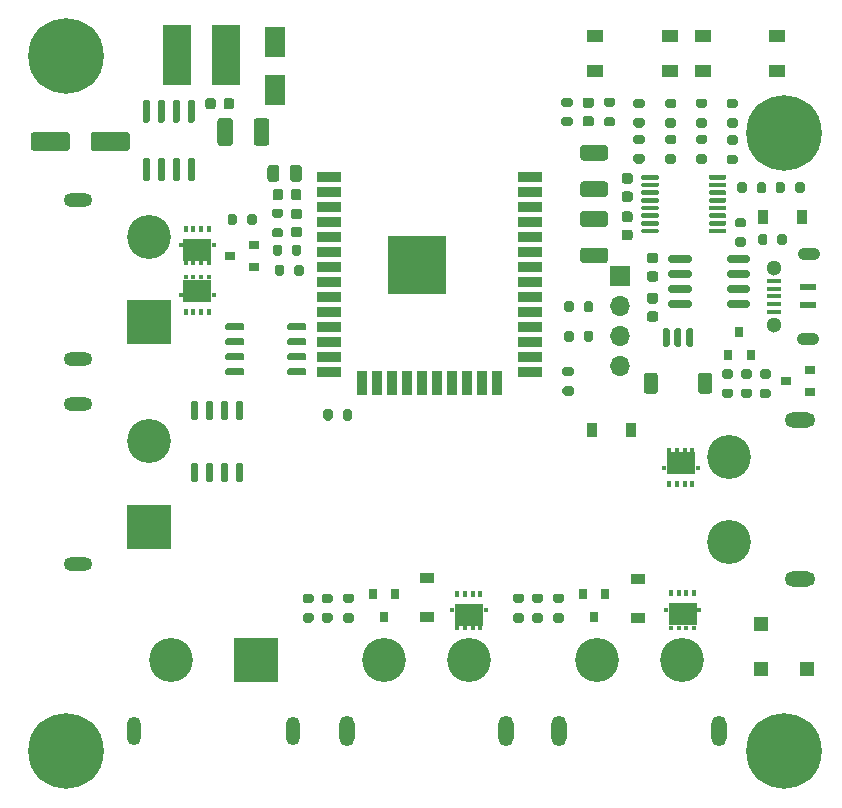
<source format=gbr>
G04 #@! TF.GenerationSoftware,KiCad,Pcbnew,(5.1.10-1-10_14)*
G04 #@! TF.CreationDate,2021-09-30T13:47:23+10:00*
G04 #@! TF.ProjectId,esp32_battery_isolator,65737033-325f-4626-9174-746572795f69,G*
G04 #@! TF.SameCoordinates,Original*
G04 #@! TF.FileFunction,Soldermask,Top*
G04 #@! TF.FilePolarity,Negative*
%FSLAX46Y46*%
G04 Gerber Fmt 4.6, Leading zero omitted, Abs format (unit mm)*
G04 Created by KiCad (PCBNEW (5.1.10-1-10_14)) date 2021-09-30 13:47:23*
%MOMM*%
%LPD*%
G01*
G04 APERTURE LIST*
%ADD10R,1.300000X1.300000*%
%ADD11R,0.350000X0.500000*%
%ADD12R,0.380000X0.430000*%
%ADD13R,2.450000X1.980000*%
%ADD14R,0.400000X0.300000*%
%ADD15C,3.716000*%
%ADD16O,2.600000X1.300000*%
%ADD17O,1.300000X2.600000*%
%ADD18O,1.200000X2.400000*%
%ADD19R,3.716000X3.716000*%
%ADD20R,1.400000X1.000000*%
%ADD21O,1.900000X1.070000*%
%ADD22R,1.350000X0.600000*%
%ADD23C,1.300000*%
%ADD24R,1.250000X0.400000*%
%ADD25C,0.800000*%
%ADD26C,6.400000*%
%ADD27R,1.700000X1.700000*%
%ADD28O,1.700000X1.700000*%
%ADD29R,5.000000X5.000000*%
%ADD30R,2.000000X0.900000*%
%ADD31R,0.900000X2.000000*%
%ADD32O,2.400000X1.200000*%
%ADD33R,0.900000X0.800000*%
%ADD34R,0.800000X0.900000*%
%ADD35R,0.900000X1.200000*%
%ADD36R,1.200000X0.900000*%
%ADD37R,1.800000X2.500000*%
%ADD38R,2.350000X5.100000*%
G04 APERTURE END LIST*
D10*
X170000000Y-123900000D03*
X170000000Y-120100000D03*
X173900000Y-123900000D03*
D11*
X122575000Y-86650000D03*
X121925000Y-86650000D03*
X123225000Y-86650000D03*
X121275000Y-86650000D03*
D12*
X123665000Y-88050000D03*
X120835000Y-88050000D03*
D13*
X122250000Y-88410000D03*
D14*
X122575000Y-89550000D03*
X123225000Y-89550000D03*
X121925000Y-89550000D03*
X121275000Y-89550000D03*
D11*
X121925000Y-93650000D03*
X122575000Y-93650000D03*
X121275000Y-93650000D03*
X123225000Y-93650000D03*
D12*
X120835000Y-92250000D03*
X123665000Y-92250000D03*
D13*
X122250000Y-91890000D03*
D14*
X121925000Y-90750000D03*
X121275000Y-90750000D03*
X122575000Y-90750000D03*
X123225000Y-90750000D03*
D11*
X145575000Y-117550000D03*
X144925000Y-117550000D03*
X146225000Y-117550000D03*
X144275000Y-117550000D03*
D12*
X146665000Y-118950000D03*
X143835000Y-118950000D03*
D13*
X145250000Y-119310000D03*
D14*
X145575000Y-120450000D03*
X146225000Y-120450000D03*
X144925000Y-120450000D03*
X144275000Y-120450000D03*
D11*
X163675000Y-117500000D03*
X163025000Y-117500000D03*
X164325000Y-117500000D03*
X162375000Y-117500000D03*
D12*
X164765000Y-118900000D03*
X161935000Y-118900000D03*
D13*
X163350000Y-119260000D03*
D14*
X163675000Y-120400000D03*
X164325000Y-120400000D03*
X163025000Y-120400000D03*
X162375000Y-120400000D03*
D11*
X162875000Y-108260000D03*
X163525000Y-108260000D03*
X162225000Y-108260000D03*
X164175000Y-108260000D03*
D12*
X161785000Y-106860000D03*
X164615000Y-106860000D03*
D13*
X163200000Y-106500000D03*
D14*
X162875000Y-105360000D03*
X162225000Y-105360000D03*
X163525000Y-105360000D03*
X164175000Y-105360000D03*
D15*
X167250000Y-113150000D03*
X167250000Y-105950000D03*
D16*
X173250000Y-116300000D03*
X173250000Y-102800000D03*
D17*
X166420000Y-129120000D03*
X152920000Y-129120000D03*
D15*
X163270000Y-123120000D03*
X156070000Y-123120000D03*
D18*
X116900000Y-129160000D03*
X130400000Y-129160000D03*
D15*
X120050000Y-123160000D03*
D19*
X127250000Y-123160000D03*
D20*
X162250000Y-73300000D03*
X155950000Y-73300000D03*
X155950000Y-70300000D03*
X162250000Y-70300000D03*
X171350000Y-73300000D03*
X165050000Y-73300000D03*
X165050000Y-70300000D03*
X171350000Y-70300000D03*
D21*
X174050000Y-88750000D03*
X173950000Y-95950000D03*
D22*
X173950000Y-91600000D03*
X173950000Y-93100000D03*
D23*
X171050000Y-89950000D03*
X171050000Y-94750000D03*
D24*
X171050000Y-91050000D03*
X171050000Y-91700000D03*
X171050000Y-92350000D03*
X171050000Y-93000000D03*
X171050000Y-93650000D03*
D25*
X112847056Y-129152944D03*
X111150000Y-128450000D03*
X109452944Y-129152944D03*
X108750000Y-130850000D03*
X109452944Y-132547056D03*
X111150000Y-133250000D03*
X112847056Y-132547056D03*
X113550000Y-130850000D03*
D26*
X111150000Y-130850000D03*
D25*
X173647056Y-76852944D03*
X171950000Y-76150000D03*
X170252944Y-76852944D03*
X169550000Y-78550000D03*
X170252944Y-80247056D03*
X171950000Y-80950000D03*
X173647056Y-80247056D03*
X174350000Y-78550000D03*
D26*
X171950000Y-78550000D03*
X171950000Y-130850000D03*
D25*
X174350000Y-130850000D03*
X173647056Y-132547056D03*
X171950000Y-133250000D03*
X170252944Y-132547056D03*
X169550000Y-130850000D03*
X170252944Y-129152944D03*
X171950000Y-128450000D03*
X173647056Y-129152944D03*
X112847056Y-70352944D03*
X111150000Y-69650000D03*
X109452944Y-70352944D03*
X108750000Y-72050000D03*
X109452944Y-73747056D03*
X111150000Y-74450000D03*
X112847056Y-73747056D03*
X113550000Y-72050000D03*
D26*
X111150000Y-72050000D03*
G36*
G01*
X130400000Y-86475000D02*
X130900000Y-86475000D01*
G75*
G02*
X131125000Y-86700000I0J-225000D01*
G01*
X131125000Y-87150000D01*
G75*
G02*
X130900000Y-87375000I-225000J0D01*
G01*
X130400000Y-87375000D01*
G75*
G02*
X130175000Y-87150000I0J225000D01*
G01*
X130175000Y-86700000D01*
G75*
G02*
X130400000Y-86475000I225000J0D01*
G01*
G37*
G36*
G01*
X130400000Y-84925000D02*
X130900000Y-84925000D01*
G75*
G02*
X131125000Y-85150000I0J-225000D01*
G01*
X131125000Y-85600000D01*
G75*
G02*
X130900000Y-85825000I-225000J0D01*
G01*
X130400000Y-85825000D01*
G75*
G02*
X130175000Y-85600000I0J225000D01*
G01*
X130175000Y-85150000D01*
G75*
G02*
X130400000Y-84925000I225000J0D01*
G01*
G37*
G36*
G01*
X156775003Y-83950000D02*
X154924997Y-83950000D01*
G75*
G02*
X154675000Y-83700003I0J249997D01*
G01*
X154675000Y-82874997D01*
G75*
G02*
X154924997Y-82625000I249997J0D01*
G01*
X156775003Y-82625000D01*
G75*
G02*
X157025000Y-82874997I0J-249997D01*
G01*
X157025000Y-83700003D01*
G75*
G02*
X156775003Y-83950000I-249997J0D01*
G01*
G37*
G36*
G01*
X156775003Y-80875000D02*
X154924997Y-80875000D01*
G75*
G02*
X154675000Y-80625003I0J249997D01*
G01*
X154675000Y-79799997D01*
G75*
G02*
X154924997Y-79550000I249997J0D01*
G01*
X156775003Y-79550000D01*
G75*
G02*
X157025000Y-79799997I0J-249997D01*
G01*
X157025000Y-80625003D01*
G75*
G02*
X156775003Y-80875000I-249997J0D01*
G01*
G37*
G36*
G01*
X158400000Y-83475000D02*
X158900000Y-83475000D01*
G75*
G02*
X159125000Y-83700000I0J-225000D01*
G01*
X159125000Y-84150000D01*
G75*
G02*
X158900000Y-84375000I-225000J0D01*
G01*
X158400000Y-84375000D01*
G75*
G02*
X158175000Y-84150000I0J225000D01*
G01*
X158175000Y-83700000D01*
G75*
G02*
X158400000Y-83475000I225000J0D01*
G01*
G37*
G36*
G01*
X158400000Y-81925000D02*
X158900000Y-81925000D01*
G75*
G02*
X159125000Y-82150000I0J-225000D01*
G01*
X159125000Y-82600000D01*
G75*
G02*
X158900000Y-82825000I-225000J0D01*
G01*
X158400000Y-82825000D01*
G75*
G02*
X158175000Y-82600000I0J225000D01*
G01*
X158175000Y-82150000D01*
G75*
G02*
X158400000Y-81925000I225000J0D01*
G01*
G37*
G36*
G01*
X158400000Y-85175000D02*
X158900000Y-85175000D01*
G75*
G02*
X159125000Y-85400000I0J-225000D01*
G01*
X159125000Y-85850000D01*
G75*
G02*
X158900000Y-86075000I-225000J0D01*
G01*
X158400000Y-86075000D01*
G75*
G02*
X158175000Y-85850000I0J225000D01*
G01*
X158175000Y-85400000D01*
G75*
G02*
X158400000Y-85175000I225000J0D01*
G01*
G37*
G36*
G01*
X158400000Y-86725000D02*
X158900000Y-86725000D01*
G75*
G02*
X159125000Y-86950000I0J-225000D01*
G01*
X159125000Y-87400000D01*
G75*
G02*
X158900000Y-87625000I-225000J0D01*
G01*
X158400000Y-87625000D01*
G75*
G02*
X158175000Y-87400000I0J225000D01*
G01*
X158175000Y-86950000D01*
G75*
G02*
X158400000Y-86725000I225000J0D01*
G01*
G37*
G36*
G01*
X154924997Y-88225000D02*
X156775003Y-88225000D01*
G75*
G02*
X157025000Y-88474997I0J-249997D01*
G01*
X157025000Y-89300003D01*
G75*
G02*
X156775003Y-89550000I-249997J0D01*
G01*
X154924997Y-89550000D01*
G75*
G02*
X154675000Y-89300003I0J249997D01*
G01*
X154675000Y-88474997D01*
G75*
G02*
X154924997Y-88225000I249997J0D01*
G01*
G37*
G36*
G01*
X154924997Y-85150000D02*
X156775003Y-85150000D01*
G75*
G02*
X157025000Y-85399997I0J-249997D01*
G01*
X157025000Y-86225003D01*
G75*
G02*
X156775003Y-86475000I-249997J0D01*
G01*
X154924997Y-86475000D01*
G75*
G02*
X154675000Y-86225003I0J249997D01*
G01*
X154675000Y-85399997D01*
G75*
G02*
X154924997Y-85150000I249997J0D01*
G01*
G37*
G36*
G01*
X161050000Y-94525000D02*
X160550000Y-94525000D01*
G75*
G02*
X160325000Y-94300000I0J225000D01*
G01*
X160325000Y-93850000D01*
G75*
G02*
X160550000Y-93625000I225000J0D01*
G01*
X161050000Y-93625000D01*
G75*
G02*
X161275000Y-93850000I0J-225000D01*
G01*
X161275000Y-94300000D01*
G75*
G02*
X161050000Y-94525000I-225000J0D01*
G01*
G37*
G36*
G01*
X161050000Y-92975000D02*
X160550000Y-92975000D01*
G75*
G02*
X160325000Y-92750000I0J225000D01*
G01*
X160325000Y-92300000D01*
G75*
G02*
X160550000Y-92075000I225000J0D01*
G01*
X161050000Y-92075000D01*
G75*
G02*
X161275000Y-92300000I0J-225000D01*
G01*
X161275000Y-92750000D01*
G75*
G02*
X161050000Y-92975000I-225000J0D01*
G01*
G37*
G36*
G01*
X160550000Y-90225000D02*
X161050000Y-90225000D01*
G75*
G02*
X161275000Y-90450000I0J-225000D01*
G01*
X161275000Y-90900000D01*
G75*
G02*
X161050000Y-91125000I-225000J0D01*
G01*
X160550000Y-91125000D01*
G75*
G02*
X160325000Y-90900000I0J225000D01*
G01*
X160325000Y-90450000D01*
G75*
G02*
X160550000Y-90225000I225000J0D01*
G01*
G37*
G36*
G01*
X160550000Y-88675000D02*
X161050000Y-88675000D01*
G75*
G02*
X161275000Y-88900000I0J-225000D01*
G01*
X161275000Y-89350000D01*
G75*
G02*
X161050000Y-89575000I-225000J0D01*
G01*
X160550000Y-89575000D01*
G75*
G02*
X160325000Y-89350000I0J225000D01*
G01*
X160325000Y-88900000D01*
G75*
G02*
X160550000Y-88675000I225000J0D01*
G01*
G37*
D27*
X158009823Y-90620605D03*
D28*
X158009823Y-93160605D03*
X158009823Y-95700605D03*
X158009823Y-98240605D03*
G36*
G01*
X129325000Y-85725000D02*
X128775000Y-85725000D01*
G75*
G02*
X128575000Y-85525000I0J200000D01*
G01*
X128575000Y-85125000D01*
G75*
G02*
X128775000Y-84925000I200000J0D01*
G01*
X129325000Y-84925000D01*
G75*
G02*
X129525000Y-85125000I0J-200000D01*
G01*
X129525000Y-85525000D01*
G75*
G02*
X129325000Y-85725000I-200000J0D01*
G01*
G37*
G36*
G01*
X129325000Y-87375000D02*
X128775000Y-87375000D01*
G75*
G02*
X128575000Y-87175000I0J200000D01*
G01*
X128575000Y-86775000D01*
G75*
G02*
X128775000Y-86575000I200000J0D01*
G01*
X129325000Y-86575000D01*
G75*
G02*
X129525000Y-86775000I0J-200000D01*
G01*
X129525000Y-87175000D01*
G75*
G02*
X129325000Y-87375000I-200000J0D01*
G01*
G37*
G36*
G01*
X133725000Y-102125000D02*
X133725000Y-102675000D01*
G75*
G02*
X133525000Y-102875000I-200000J0D01*
G01*
X133125000Y-102875000D01*
G75*
G02*
X132925000Y-102675000I0J200000D01*
G01*
X132925000Y-102125000D01*
G75*
G02*
X133125000Y-101925000I200000J0D01*
G01*
X133525000Y-101925000D01*
G75*
G02*
X133725000Y-102125000I0J-200000D01*
G01*
G37*
G36*
G01*
X135375000Y-102125000D02*
X135375000Y-102675000D01*
G75*
G02*
X135175000Y-102875000I-200000J0D01*
G01*
X134775000Y-102875000D01*
G75*
G02*
X134575000Y-102675000I0J200000D01*
G01*
X134575000Y-102125000D01*
G75*
G02*
X134775000Y-101925000I200000J0D01*
G01*
X135175000Y-101925000D01*
G75*
G02*
X135375000Y-102125000I0J-200000D01*
G01*
G37*
G36*
G01*
X154125000Y-92975000D02*
X154125000Y-93525000D01*
G75*
G02*
X153925000Y-93725000I-200000J0D01*
G01*
X153525000Y-93725000D01*
G75*
G02*
X153325000Y-93525000I0J200000D01*
G01*
X153325000Y-92975000D01*
G75*
G02*
X153525000Y-92775000I200000J0D01*
G01*
X153925000Y-92775000D01*
G75*
G02*
X154125000Y-92975000I0J-200000D01*
G01*
G37*
G36*
G01*
X155775000Y-92975000D02*
X155775000Y-93525000D01*
G75*
G02*
X155575000Y-93725000I-200000J0D01*
G01*
X155175000Y-93725000D01*
G75*
G02*
X154975000Y-93525000I0J200000D01*
G01*
X154975000Y-92975000D01*
G75*
G02*
X155175000Y-92775000I200000J0D01*
G01*
X155575000Y-92775000D01*
G75*
G02*
X155775000Y-92975000I0J-200000D01*
G01*
G37*
G36*
G01*
X155775000Y-95475000D02*
X155775000Y-96025000D01*
G75*
G02*
X155575000Y-96225000I-200000J0D01*
G01*
X155175000Y-96225000D01*
G75*
G02*
X154975000Y-96025000I0J200000D01*
G01*
X154975000Y-95475000D01*
G75*
G02*
X155175000Y-95275000I200000J0D01*
G01*
X155575000Y-95275000D01*
G75*
G02*
X155775000Y-95475000I0J-200000D01*
G01*
G37*
G36*
G01*
X154125000Y-95475000D02*
X154125000Y-96025000D01*
G75*
G02*
X153925000Y-96225000I-200000J0D01*
G01*
X153525000Y-96225000D01*
G75*
G02*
X153325000Y-96025000I0J200000D01*
G01*
X153325000Y-95475000D01*
G75*
G02*
X153525000Y-95275000I200000J0D01*
G01*
X153925000Y-95275000D01*
G75*
G02*
X154125000Y-95475000I0J-200000D01*
G01*
G37*
G36*
G01*
X157425000Y-77975000D02*
X156875000Y-77975000D01*
G75*
G02*
X156675000Y-77775000I0J200000D01*
G01*
X156675000Y-77375000D01*
G75*
G02*
X156875000Y-77175000I200000J0D01*
G01*
X157425000Y-77175000D01*
G75*
G02*
X157625000Y-77375000I0J-200000D01*
G01*
X157625000Y-77775000D01*
G75*
G02*
X157425000Y-77975000I-200000J0D01*
G01*
G37*
G36*
G01*
X157425000Y-76325000D02*
X156875000Y-76325000D01*
G75*
G02*
X156675000Y-76125000I0J200000D01*
G01*
X156675000Y-75725000D01*
G75*
G02*
X156875000Y-75525000I200000J0D01*
G01*
X157425000Y-75525000D01*
G75*
G02*
X157625000Y-75725000I0J-200000D01*
G01*
X157625000Y-76125000D01*
G75*
G02*
X157425000Y-76325000I-200000J0D01*
G01*
G37*
G36*
G01*
X165225000Y-81125000D02*
X164675000Y-81125000D01*
G75*
G02*
X164475000Y-80925000I0J200000D01*
G01*
X164475000Y-80525000D01*
G75*
G02*
X164675000Y-80325000I200000J0D01*
G01*
X165225000Y-80325000D01*
G75*
G02*
X165425000Y-80525000I0J-200000D01*
G01*
X165425000Y-80925000D01*
G75*
G02*
X165225000Y-81125000I-200000J0D01*
G01*
G37*
G36*
G01*
X165225000Y-79475000D02*
X164675000Y-79475000D01*
G75*
G02*
X164475000Y-79275000I0J200000D01*
G01*
X164475000Y-78875000D01*
G75*
G02*
X164675000Y-78675000I200000J0D01*
G01*
X165225000Y-78675000D01*
G75*
G02*
X165425000Y-78875000I0J-200000D01*
G01*
X165425000Y-79275000D01*
G75*
G02*
X165225000Y-79475000I-200000J0D01*
G01*
G37*
G36*
G01*
X165225000Y-76425000D02*
X164675000Y-76425000D01*
G75*
G02*
X164475000Y-76225000I0J200000D01*
G01*
X164475000Y-75825000D01*
G75*
G02*
X164675000Y-75625000I200000J0D01*
G01*
X165225000Y-75625000D01*
G75*
G02*
X165425000Y-75825000I0J-200000D01*
G01*
X165425000Y-76225000D01*
G75*
G02*
X165225000Y-76425000I-200000J0D01*
G01*
G37*
G36*
G01*
X165225000Y-78075000D02*
X164675000Y-78075000D01*
G75*
G02*
X164475000Y-77875000I0J200000D01*
G01*
X164475000Y-77475000D01*
G75*
G02*
X164675000Y-77275000I200000J0D01*
G01*
X165225000Y-77275000D01*
G75*
G02*
X165425000Y-77475000I0J-200000D01*
G01*
X165425000Y-77875000D01*
G75*
G02*
X165225000Y-78075000I-200000J0D01*
G01*
G37*
G36*
G01*
X167825000Y-81175000D02*
X167275000Y-81175000D01*
G75*
G02*
X167075000Y-80975000I0J200000D01*
G01*
X167075000Y-80575000D01*
G75*
G02*
X167275000Y-80375000I200000J0D01*
G01*
X167825000Y-80375000D01*
G75*
G02*
X168025000Y-80575000I0J-200000D01*
G01*
X168025000Y-80975000D01*
G75*
G02*
X167825000Y-81175000I-200000J0D01*
G01*
G37*
G36*
G01*
X167825000Y-79525000D02*
X167275000Y-79525000D01*
G75*
G02*
X167075000Y-79325000I0J200000D01*
G01*
X167075000Y-78925000D01*
G75*
G02*
X167275000Y-78725000I200000J0D01*
G01*
X167825000Y-78725000D01*
G75*
G02*
X168025000Y-78925000I0J-200000D01*
G01*
X168025000Y-79325000D01*
G75*
G02*
X167825000Y-79525000I-200000J0D01*
G01*
G37*
G36*
G01*
X167825000Y-76425000D02*
X167275000Y-76425000D01*
G75*
G02*
X167075000Y-76225000I0J200000D01*
G01*
X167075000Y-75825000D01*
G75*
G02*
X167275000Y-75625000I200000J0D01*
G01*
X167825000Y-75625000D01*
G75*
G02*
X168025000Y-75825000I0J-200000D01*
G01*
X168025000Y-76225000D01*
G75*
G02*
X167825000Y-76425000I-200000J0D01*
G01*
G37*
G36*
G01*
X167825000Y-78075000D02*
X167275000Y-78075000D01*
G75*
G02*
X167075000Y-77875000I0J200000D01*
G01*
X167075000Y-77475000D01*
G75*
G02*
X167275000Y-77275000I200000J0D01*
G01*
X167825000Y-77275000D01*
G75*
G02*
X168025000Y-77475000I0J-200000D01*
G01*
X168025000Y-77875000D01*
G75*
G02*
X167825000Y-78075000I-200000J0D01*
G01*
G37*
G36*
G01*
X126475000Y-86125000D02*
X126475000Y-85575000D01*
G75*
G02*
X126675000Y-85375000I200000J0D01*
G01*
X127075000Y-85375000D01*
G75*
G02*
X127275000Y-85575000I0J-200000D01*
G01*
X127275000Y-86125000D01*
G75*
G02*
X127075000Y-86325000I-200000J0D01*
G01*
X126675000Y-86325000D01*
G75*
G02*
X126475000Y-86125000I0J200000D01*
G01*
G37*
G36*
G01*
X124825000Y-86125000D02*
X124825000Y-85575000D01*
G75*
G02*
X125025000Y-85375000I200000J0D01*
G01*
X125425000Y-85375000D01*
G75*
G02*
X125625000Y-85575000I0J-200000D01*
G01*
X125625000Y-86125000D01*
G75*
G02*
X125425000Y-86325000I-200000J0D01*
G01*
X125025000Y-86325000D01*
G75*
G02*
X124825000Y-86125000I0J200000D01*
G01*
G37*
G36*
G01*
X134775000Y-119175000D02*
X135325000Y-119175000D01*
G75*
G02*
X135525000Y-119375000I0J-200000D01*
G01*
X135525000Y-119775000D01*
G75*
G02*
X135325000Y-119975000I-200000J0D01*
G01*
X134775000Y-119975000D01*
G75*
G02*
X134575000Y-119775000I0J200000D01*
G01*
X134575000Y-119375000D01*
G75*
G02*
X134775000Y-119175000I200000J0D01*
G01*
G37*
G36*
G01*
X134775000Y-117525000D02*
X135325000Y-117525000D01*
G75*
G02*
X135525000Y-117725000I0J-200000D01*
G01*
X135525000Y-118125000D01*
G75*
G02*
X135325000Y-118325000I-200000J0D01*
G01*
X134775000Y-118325000D01*
G75*
G02*
X134575000Y-118125000I0J200000D01*
G01*
X134575000Y-117725000D01*
G75*
G02*
X134775000Y-117525000I200000J0D01*
G01*
G37*
G36*
G01*
X152575000Y-117525000D02*
X153125000Y-117525000D01*
G75*
G02*
X153325000Y-117725000I0J-200000D01*
G01*
X153325000Y-118125000D01*
G75*
G02*
X153125000Y-118325000I-200000J0D01*
G01*
X152575000Y-118325000D01*
G75*
G02*
X152375000Y-118125000I0J200000D01*
G01*
X152375000Y-117725000D01*
G75*
G02*
X152575000Y-117525000I200000J0D01*
G01*
G37*
G36*
G01*
X152575000Y-119175000D02*
X153125000Y-119175000D01*
G75*
G02*
X153325000Y-119375000I0J-200000D01*
G01*
X153325000Y-119775000D01*
G75*
G02*
X153125000Y-119975000I-200000J0D01*
G01*
X152575000Y-119975000D01*
G75*
G02*
X152375000Y-119775000I0J200000D01*
G01*
X152375000Y-119375000D01*
G75*
G02*
X152575000Y-119175000I200000J0D01*
G01*
G37*
G36*
G01*
X167975000Y-83425000D02*
X167975000Y-82875000D01*
G75*
G02*
X168175000Y-82675000I200000J0D01*
G01*
X168575000Y-82675000D01*
G75*
G02*
X168775000Y-82875000I0J-200000D01*
G01*
X168775000Y-83425000D01*
G75*
G02*
X168575000Y-83625000I-200000J0D01*
G01*
X168175000Y-83625000D01*
G75*
G02*
X167975000Y-83425000I0J200000D01*
G01*
G37*
G36*
G01*
X169625000Y-83425000D02*
X169625000Y-82875000D01*
G75*
G02*
X169825000Y-82675000I200000J0D01*
G01*
X170225000Y-82675000D01*
G75*
G02*
X170425000Y-82875000I0J-200000D01*
G01*
X170425000Y-83425000D01*
G75*
G02*
X170225000Y-83625000I-200000J0D01*
G01*
X169825000Y-83625000D01*
G75*
G02*
X169625000Y-83425000I0J200000D01*
G01*
G37*
G36*
G01*
X172875000Y-83425000D02*
X172875000Y-82875000D01*
G75*
G02*
X173075000Y-82675000I200000J0D01*
G01*
X173475000Y-82675000D01*
G75*
G02*
X173675000Y-82875000I0J-200000D01*
G01*
X173675000Y-83425000D01*
G75*
G02*
X173475000Y-83625000I-200000J0D01*
G01*
X173075000Y-83625000D01*
G75*
G02*
X172875000Y-83425000I0J200000D01*
G01*
G37*
G36*
G01*
X171225000Y-83425000D02*
X171225000Y-82875000D01*
G75*
G02*
X171425000Y-82675000I200000J0D01*
G01*
X171825000Y-82675000D01*
G75*
G02*
X172025000Y-82875000I0J-200000D01*
G01*
X172025000Y-83425000D01*
G75*
G02*
X171825000Y-83625000I-200000J0D01*
G01*
X171425000Y-83625000D01*
G75*
G02*
X171225000Y-83425000I0J200000D01*
G01*
G37*
G36*
G01*
X170625000Y-99325000D02*
X170075000Y-99325000D01*
G75*
G02*
X169875000Y-99125000I0J200000D01*
G01*
X169875000Y-98725000D01*
G75*
G02*
X170075000Y-98525000I200000J0D01*
G01*
X170625000Y-98525000D01*
G75*
G02*
X170825000Y-98725000I0J-200000D01*
G01*
X170825000Y-99125000D01*
G75*
G02*
X170625000Y-99325000I-200000J0D01*
G01*
G37*
G36*
G01*
X170625000Y-100975000D02*
X170075000Y-100975000D01*
G75*
G02*
X169875000Y-100775000I0J200000D01*
G01*
X169875000Y-100375000D01*
G75*
G02*
X170075000Y-100175000I200000J0D01*
G01*
X170625000Y-100175000D01*
G75*
G02*
X170825000Y-100375000I0J-200000D01*
G01*
X170825000Y-100775000D01*
G75*
G02*
X170625000Y-100975000I-200000J0D01*
G01*
G37*
G36*
G01*
X162625000Y-81125000D02*
X162075000Y-81125000D01*
G75*
G02*
X161875000Y-80925000I0J200000D01*
G01*
X161875000Y-80525000D01*
G75*
G02*
X162075000Y-80325000I200000J0D01*
G01*
X162625000Y-80325000D01*
G75*
G02*
X162825000Y-80525000I0J-200000D01*
G01*
X162825000Y-80925000D01*
G75*
G02*
X162625000Y-81125000I-200000J0D01*
G01*
G37*
G36*
G01*
X162625000Y-79475000D02*
X162075000Y-79475000D01*
G75*
G02*
X161875000Y-79275000I0J200000D01*
G01*
X161875000Y-78875000D01*
G75*
G02*
X162075000Y-78675000I200000J0D01*
G01*
X162625000Y-78675000D01*
G75*
G02*
X162825000Y-78875000I0J-200000D01*
G01*
X162825000Y-79275000D01*
G75*
G02*
X162625000Y-79475000I-200000J0D01*
G01*
G37*
G36*
G01*
X162625000Y-78075000D02*
X162075000Y-78075000D01*
G75*
G02*
X161875000Y-77875000I0J200000D01*
G01*
X161875000Y-77475000D01*
G75*
G02*
X162075000Y-77275000I200000J0D01*
G01*
X162625000Y-77275000D01*
G75*
G02*
X162825000Y-77475000I0J-200000D01*
G01*
X162825000Y-77875000D01*
G75*
G02*
X162625000Y-78075000I-200000J0D01*
G01*
G37*
G36*
G01*
X162625000Y-76425000D02*
X162075000Y-76425000D01*
G75*
G02*
X161875000Y-76225000I0J200000D01*
G01*
X161875000Y-75825000D01*
G75*
G02*
X162075000Y-75625000I200000J0D01*
G01*
X162625000Y-75625000D01*
G75*
G02*
X162825000Y-75825000I0J-200000D01*
G01*
X162825000Y-76225000D01*
G75*
G02*
X162625000Y-76425000I-200000J0D01*
G01*
G37*
G36*
G01*
X159925000Y-79475000D02*
X159375000Y-79475000D01*
G75*
G02*
X159175000Y-79275000I0J200000D01*
G01*
X159175000Y-78875000D01*
G75*
G02*
X159375000Y-78675000I200000J0D01*
G01*
X159925000Y-78675000D01*
G75*
G02*
X160125000Y-78875000I0J-200000D01*
G01*
X160125000Y-79275000D01*
G75*
G02*
X159925000Y-79475000I-200000J0D01*
G01*
G37*
G36*
G01*
X159925000Y-81125000D02*
X159375000Y-81125000D01*
G75*
G02*
X159175000Y-80925000I0J200000D01*
G01*
X159175000Y-80525000D01*
G75*
G02*
X159375000Y-80325000I200000J0D01*
G01*
X159925000Y-80325000D01*
G75*
G02*
X160125000Y-80525000I0J-200000D01*
G01*
X160125000Y-80925000D01*
G75*
G02*
X159925000Y-81125000I-200000J0D01*
G01*
G37*
G36*
G01*
X159925000Y-78075000D02*
X159375000Y-78075000D01*
G75*
G02*
X159175000Y-77875000I0J200000D01*
G01*
X159175000Y-77475000D01*
G75*
G02*
X159375000Y-77275000I200000J0D01*
G01*
X159925000Y-77275000D01*
G75*
G02*
X160125000Y-77475000I0J-200000D01*
G01*
X160125000Y-77875000D01*
G75*
G02*
X159925000Y-78075000I-200000J0D01*
G01*
G37*
G36*
G01*
X159925000Y-76425000D02*
X159375000Y-76425000D01*
G75*
G02*
X159175000Y-76225000I0J200000D01*
G01*
X159175000Y-75825000D01*
G75*
G02*
X159375000Y-75625000I200000J0D01*
G01*
X159925000Y-75625000D01*
G75*
G02*
X160125000Y-75825000I0J-200000D01*
G01*
X160125000Y-76225000D01*
G75*
G02*
X159925000Y-76425000I-200000J0D01*
G01*
G37*
D29*
X140900000Y-89720000D03*
D30*
X133400000Y-82220000D03*
X133400000Y-83490000D03*
X133400000Y-84760000D03*
X133400000Y-86030000D03*
X133400000Y-87300000D03*
X133400000Y-88570000D03*
X133400000Y-89840000D03*
X133400000Y-91110000D03*
X133400000Y-92380000D03*
X133400000Y-93650000D03*
X133400000Y-94920000D03*
X133400000Y-96190000D03*
X133400000Y-97460000D03*
X133400000Y-98730000D03*
D31*
X136185000Y-99730000D03*
X137455000Y-99730000D03*
X138725000Y-99730000D03*
X139995000Y-99730000D03*
X141265000Y-99730000D03*
X142535000Y-99730000D03*
X143805000Y-99730000D03*
X145075000Y-99730000D03*
X146345000Y-99730000D03*
X147615000Y-99730000D03*
D30*
X150400000Y-98730000D03*
X150400000Y-97460000D03*
X150400000Y-96190000D03*
X150400000Y-94920000D03*
X150400000Y-93650000D03*
X150400000Y-92380000D03*
X150400000Y-91110000D03*
X150400000Y-89840000D03*
X150400000Y-88570000D03*
X150400000Y-87300000D03*
X150400000Y-86030000D03*
X150400000Y-84760000D03*
X150400000Y-83490000D03*
X150400000Y-82220000D03*
G36*
G01*
X159850000Y-82375000D02*
X159850000Y-82175000D01*
G75*
G02*
X159950000Y-82075000I100000J0D01*
G01*
X161225000Y-82075000D01*
G75*
G02*
X161325000Y-82175000I0J-100000D01*
G01*
X161325000Y-82375000D01*
G75*
G02*
X161225000Y-82475000I-100000J0D01*
G01*
X159950000Y-82475000D01*
G75*
G02*
X159850000Y-82375000I0J100000D01*
G01*
G37*
G36*
G01*
X159850000Y-83025000D02*
X159850000Y-82825000D01*
G75*
G02*
X159950000Y-82725000I100000J0D01*
G01*
X161225000Y-82725000D01*
G75*
G02*
X161325000Y-82825000I0J-100000D01*
G01*
X161325000Y-83025000D01*
G75*
G02*
X161225000Y-83125000I-100000J0D01*
G01*
X159950000Y-83125000D01*
G75*
G02*
X159850000Y-83025000I0J100000D01*
G01*
G37*
G36*
G01*
X159850000Y-83675000D02*
X159850000Y-83475000D01*
G75*
G02*
X159950000Y-83375000I100000J0D01*
G01*
X161225000Y-83375000D01*
G75*
G02*
X161325000Y-83475000I0J-100000D01*
G01*
X161325000Y-83675000D01*
G75*
G02*
X161225000Y-83775000I-100000J0D01*
G01*
X159950000Y-83775000D01*
G75*
G02*
X159850000Y-83675000I0J100000D01*
G01*
G37*
G36*
G01*
X159850000Y-84325000D02*
X159850000Y-84125000D01*
G75*
G02*
X159950000Y-84025000I100000J0D01*
G01*
X161225000Y-84025000D01*
G75*
G02*
X161325000Y-84125000I0J-100000D01*
G01*
X161325000Y-84325000D01*
G75*
G02*
X161225000Y-84425000I-100000J0D01*
G01*
X159950000Y-84425000D01*
G75*
G02*
X159850000Y-84325000I0J100000D01*
G01*
G37*
G36*
G01*
X159850000Y-84975000D02*
X159850000Y-84775000D01*
G75*
G02*
X159950000Y-84675000I100000J0D01*
G01*
X161225000Y-84675000D01*
G75*
G02*
X161325000Y-84775000I0J-100000D01*
G01*
X161325000Y-84975000D01*
G75*
G02*
X161225000Y-85075000I-100000J0D01*
G01*
X159950000Y-85075000D01*
G75*
G02*
X159850000Y-84975000I0J100000D01*
G01*
G37*
G36*
G01*
X159850000Y-85625000D02*
X159850000Y-85425000D01*
G75*
G02*
X159950000Y-85325000I100000J0D01*
G01*
X161225000Y-85325000D01*
G75*
G02*
X161325000Y-85425000I0J-100000D01*
G01*
X161325000Y-85625000D01*
G75*
G02*
X161225000Y-85725000I-100000J0D01*
G01*
X159950000Y-85725000D01*
G75*
G02*
X159850000Y-85625000I0J100000D01*
G01*
G37*
G36*
G01*
X159850000Y-86275000D02*
X159850000Y-86075000D01*
G75*
G02*
X159950000Y-85975000I100000J0D01*
G01*
X161225000Y-85975000D01*
G75*
G02*
X161325000Y-86075000I0J-100000D01*
G01*
X161325000Y-86275000D01*
G75*
G02*
X161225000Y-86375000I-100000J0D01*
G01*
X159950000Y-86375000D01*
G75*
G02*
X159850000Y-86275000I0J100000D01*
G01*
G37*
G36*
G01*
X159850000Y-86925000D02*
X159850000Y-86725000D01*
G75*
G02*
X159950000Y-86625000I100000J0D01*
G01*
X161225000Y-86625000D01*
G75*
G02*
X161325000Y-86725000I0J-100000D01*
G01*
X161325000Y-86925000D01*
G75*
G02*
X161225000Y-87025000I-100000J0D01*
G01*
X159950000Y-87025000D01*
G75*
G02*
X159850000Y-86925000I0J100000D01*
G01*
G37*
G36*
G01*
X165575000Y-86925000D02*
X165575000Y-86725000D01*
G75*
G02*
X165675000Y-86625000I100000J0D01*
G01*
X166950000Y-86625000D01*
G75*
G02*
X167050000Y-86725000I0J-100000D01*
G01*
X167050000Y-86925000D01*
G75*
G02*
X166950000Y-87025000I-100000J0D01*
G01*
X165675000Y-87025000D01*
G75*
G02*
X165575000Y-86925000I0J100000D01*
G01*
G37*
G36*
G01*
X165575000Y-86275000D02*
X165575000Y-86075000D01*
G75*
G02*
X165675000Y-85975000I100000J0D01*
G01*
X166950000Y-85975000D01*
G75*
G02*
X167050000Y-86075000I0J-100000D01*
G01*
X167050000Y-86275000D01*
G75*
G02*
X166950000Y-86375000I-100000J0D01*
G01*
X165675000Y-86375000D01*
G75*
G02*
X165575000Y-86275000I0J100000D01*
G01*
G37*
G36*
G01*
X165575000Y-85625000D02*
X165575000Y-85425000D01*
G75*
G02*
X165675000Y-85325000I100000J0D01*
G01*
X166950000Y-85325000D01*
G75*
G02*
X167050000Y-85425000I0J-100000D01*
G01*
X167050000Y-85625000D01*
G75*
G02*
X166950000Y-85725000I-100000J0D01*
G01*
X165675000Y-85725000D01*
G75*
G02*
X165575000Y-85625000I0J100000D01*
G01*
G37*
G36*
G01*
X165575000Y-84975000D02*
X165575000Y-84775000D01*
G75*
G02*
X165675000Y-84675000I100000J0D01*
G01*
X166950000Y-84675000D01*
G75*
G02*
X167050000Y-84775000I0J-100000D01*
G01*
X167050000Y-84975000D01*
G75*
G02*
X166950000Y-85075000I-100000J0D01*
G01*
X165675000Y-85075000D01*
G75*
G02*
X165575000Y-84975000I0J100000D01*
G01*
G37*
G36*
G01*
X165575000Y-84325000D02*
X165575000Y-84125000D01*
G75*
G02*
X165675000Y-84025000I100000J0D01*
G01*
X166950000Y-84025000D01*
G75*
G02*
X167050000Y-84125000I0J-100000D01*
G01*
X167050000Y-84325000D01*
G75*
G02*
X166950000Y-84425000I-100000J0D01*
G01*
X165675000Y-84425000D01*
G75*
G02*
X165575000Y-84325000I0J100000D01*
G01*
G37*
G36*
G01*
X165575000Y-83675000D02*
X165575000Y-83475000D01*
G75*
G02*
X165675000Y-83375000I100000J0D01*
G01*
X166950000Y-83375000D01*
G75*
G02*
X167050000Y-83475000I0J-100000D01*
G01*
X167050000Y-83675000D01*
G75*
G02*
X166950000Y-83775000I-100000J0D01*
G01*
X165675000Y-83775000D01*
G75*
G02*
X165575000Y-83675000I0J100000D01*
G01*
G37*
G36*
G01*
X165575000Y-83025000D02*
X165575000Y-82825000D01*
G75*
G02*
X165675000Y-82725000I100000J0D01*
G01*
X166950000Y-82725000D01*
G75*
G02*
X167050000Y-82825000I0J-100000D01*
G01*
X167050000Y-83025000D01*
G75*
G02*
X166950000Y-83125000I-100000J0D01*
G01*
X165675000Y-83125000D01*
G75*
G02*
X165575000Y-83025000I0J100000D01*
G01*
G37*
G36*
G01*
X165575000Y-82375000D02*
X165575000Y-82175000D01*
G75*
G02*
X165675000Y-82075000I100000J0D01*
G01*
X166950000Y-82075000D01*
G75*
G02*
X167050000Y-82175000I0J-100000D01*
G01*
X167050000Y-82375000D01*
G75*
G02*
X166950000Y-82475000I-100000J0D01*
G01*
X165675000Y-82475000D01*
G75*
G02*
X165575000Y-82375000I0J100000D01*
G01*
G37*
G36*
G01*
X129850000Y-95095000D02*
X129850000Y-94795000D01*
G75*
G02*
X130000000Y-94645000I150000J0D01*
G01*
X131350000Y-94645000D01*
G75*
G02*
X131500000Y-94795000I0J-150000D01*
G01*
X131500000Y-95095000D01*
G75*
G02*
X131350000Y-95245000I-150000J0D01*
G01*
X130000000Y-95245000D01*
G75*
G02*
X129850000Y-95095000I0J150000D01*
G01*
G37*
G36*
G01*
X129850000Y-96365000D02*
X129850000Y-96065000D01*
G75*
G02*
X130000000Y-95915000I150000J0D01*
G01*
X131350000Y-95915000D01*
G75*
G02*
X131500000Y-96065000I0J-150000D01*
G01*
X131500000Y-96365000D01*
G75*
G02*
X131350000Y-96515000I-150000J0D01*
G01*
X130000000Y-96515000D01*
G75*
G02*
X129850000Y-96365000I0J150000D01*
G01*
G37*
G36*
G01*
X129850000Y-97635000D02*
X129850000Y-97335000D01*
G75*
G02*
X130000000Y-97185000I150000J0D01*
G01*
X131350000Y-97185000D01*
G75*
G02*
X131500000Y-97335000I0J-150000D01*
G01*
X131500000Y-97635000D01*
G75*
G02*
X131350000Y-97785000I-150000J0D01*
G01*
X130000000Y-97785000D01*
G75*
G02*
X129850000Y-97635000I0J150000D01*
G01*
G37*
G36*
G01*
X129850000Y-98905000D02*
X129850000Y-98605000D01*
G75*
G02*
X130000000Y-98455000I150000J0D01*
G01*
X131350000Y-98455000D01*
G75*
G02*
X131500000Y-98605000I0J-150000D01*
G01*
X131500000Y-98905000D01*
G75*
G02*
X131350000Y-99055000I-150000J0D01*
G01*
X130000000Y-99055000D01*
G75*
G02*
X129850000Y-98905000I0J150000D01*
G01*
G37*
G36*
G01*
X124600000Y-98905000D02*
X124600000Y-98605000D01*
G75*
G02*
X124750000Y-98455000I150000J0D01*
G01*
X126100000Y-98455000D01*
G75*
G02*
X126250000Y-98605000I0J-150000D01*
G01*
X126250000Y-98905000D01*
G75*
G02*
X126100000Y-99055000I-150000J0D01*
G01*
X124750000Y-99055000D01*
G75*
G02*
X124600000Y-98905000I0J150000D01*
G01*
G37*
G36*
G01*
X124600000Y-97635000D02*
X124600000Y-97335000D01*
G75*
G02*
X124750000Y-97185000I150000J0D01*
G01*
X126100000Y-97185000D01*
G75*
G02*
X126250000Y-97335000I0J-150000D01*
G01*
X126250000Y-97635000D01*
G75*
G02*
X126100000Y-97785000I-150000J0D01*
G01*
X124750000Y-97785000D01*
G75*
G02*
X124600000Y-97635000I0J150000D01*
G01*
G37*
G36*
G01*
X124600000Y-96365000D02*
X124600000Y-96065000D01*
G75*
G02*
X124750000Y-95915000I150000J0D01*
G01*
X126100000Y-95915000D01*
G75*
G02*
X126250000Y-96065000I0J-150000D01*
G01*
X126250000Y-96365000D01*
G75*
G02*
X126100000Y-96515000I-150000J0D01*
G01*
X124750000Y-96515000D01*
G75*
G02*
X124600000Y-96365000I0J150000D01*
G01*
G37*
G36*
G01*
X124600000Y-95095000D02*
X124600000Y-94795000D01*
G75*
G02*
X124750000Y-94645000I150000J0D01*
G01*
X126100000Y-94645000D01*
G75*
G02*
X126250000Y-94795000I0J-150000D01*
G01*
X126250000Y-95095000D01*
G75*
G02*
X126100000Y-95245000I-150000J0D01*
G01*
X124750000Y-95245000D01*
G75*
G02*
X124600000Y-95095000I0J150000D01*
G01*
G37*
G36*
G01*
X169050000Y-92855000D02*
X169050000Y-93155000D01*
G75*
G02*
X168900000Y-93305000I-150000J0D01*
G01*
X167250000Y-93305000D01*
G75*
G02*
X167100000Y-93155000I0J150000D01*
G01*
X167100000Y-92855000D01*
G75*
G02*
X167250000Y-92705000I150000J0D01*
G01*
X168900000Y-92705000D01*
G75*
G02*
X169050000Y-92855000I0J-150000D01*
G01*
G37*
G36*
G01*
X169050000Y-91585000D02*
X169050000Y-91885000D01*
G75*
G02*
X168900000Y-92035000I-150000J0D01*
G01*
X167250000Y-92035000D01*
G75*
G02*
X167100000Y-91885000I0J150000D01*
G01*
X167100000Y-91585000D01*
G75*
G02*
X167250000Y-91435000I150000J0D01*
G01*
X168900000Y-91435000D01*
G75*
G02*
X169050000Y-91585000I0J-150000D01*
G01*
G37*
G36*
G01*
X169050000Y-90315000D02*
X169050000Y-90615000D01*
G75*
G02*
X168900000Y-90765000I-150000J0D01*
G01*
X167250000Y-90765000D01*
G75*
G02*
X167100000Y-90615000I0J150000D01*
G01*
X167100000Y-90315000D01*
G75*
G02*
X167250000Y-90165000I150000J0D01*
G01*
X168900000Y-90165000D01*
G75*
G02*
X169050000Y-90315000I0J-150000D01*
G01*
G37*
G36*
G01*
X169050000Y-89045000D02*
X169050000Y-89345000D01*
G75*
G02*
X168900000Y-89495000I-150000J0D01*
G01*
X167250000Y-89495000D01*
G75*
G02*
X167100000Y-89345000I0J150000D01*
G01*
X167100000Y-89045000D01*
G75*
G02*
X167250000Y-88895000I150000J0D01*
G01*
X168900000Y-88895000D01*
G75*
G02*
X169050000Y-89045000I0J-150000D01*
G01*
G37*
G36*
G01*
X164100000Y-89045000D02*
X164100000Y-89345000D01*
G75*
G02*
X163950000Y-89495000I-150000J0D01*
G01*
X162300000Y-89495000D01*
G75*
G02*
X162150000Y-89345000I0J150000D01*
G01*
X162150000Y-89045000D01*
G75*
G02*
X162300000Y-88895000I150000J0D01*
G01*
X163950000Y-88895000D01*
G75*
G02*
X164100000Y-89045000I0J-150000D01*
G01*
G37*
G36*
G01*
X164100000Y-90315000D02*
X164100000Y-90615000D01*
G75*
G02*
X163950000Y-90765000I-150000J0D01*
G01*
X162300000Y-90765000D01*
G75*
G02*
X162150000Y-90615000I0J150000D01*
G01*
X162150000Y-90315000D01*
G75*
G02*
X162300000Y-90165000I150000J0D01*
G01*
X163950000Y-90165000D01*
G75*
G02*
X164100000Y-90315000I0J-150000D01*
G01*
G37*
G36*
G01*
X164100000Y-91585000D02*
X164100000Y-91885000D01*
G75*
G02*
X163950000Y-92035000I-150000J0D01*
G01*
X162300000Y-92035000D01*
G75*
G02*
X162150000Y-91885000I0J150000D01*
G01*
X162150000Y-91585000D01*
G75*
G02*
X162300000Y-91435000I150000J0D01*
G01*
X163950000Y-91435000D01*
G75*
G02*
X164100000Y-91585000I0J-150000D01*
G01*
G37*
G36*
G01*
X164100000Y-92855000D02*
X164100000Y-93155000D01*
G75*
G02*
X163950000Y-93305000I-150000J0D01*
G01*
X162300000Y-93305000D01*
G75*
G02*
X162150000Y-93155000I0J150000D01*
G01*
X162150000Y-92855000D01*
G75*
G02*
X162300000Y-92705000I150000J0D01*
G01*
X163950000Y-92705000D01*
G75*
G02*
X164100000Y-92855000I0J-150000D01*
G01*
G37*
G36*
G01*
X122145000Y-108100000D02*
X121845000Y-108100000D01*
G75*
G02*
X121695000Y-107950000I0J150000D01*
G01*
X121695000Y-106600000D01*
G75*
G02*
X121845000Y-106450000I150000J0D01*
G01*
X122145000Y-106450000D01*
G75*
G02*
X122295000Y-106600000I0J-150000D01*
G01*
X122295000Y-107950000D01*
G75*
G02*
X122145000Y-108100000I-150000J0D01*
G01*
G37*
G36*
G01*
X123415000Y-108100000D02*
X123115000Y-108100000D01*
G75*
G02*
X122965000Y-107950000I0J150000D01*
G01*
X122965000Y-106600000D01*
G75*
G02*
X123115000Y-106450000I150000J0D01*
G01*
X123415000Y-106450000D01*
G75*
G02*
X123565000Y-106600000I0J-150000D01*
G01*
X123565000Y-107950000D01*
G75*
G02*
X123415000Y-108100000I-150000J0D01*
G01*
G37*
G36*
G01*
X124685000Y-108100000D02*
X124385000Y-108100000D01*
G75*
G02*
X124235000Y-107950000I0J150000D01*
G01*
X124235000Y-106600000D01*
G75*
G02*
X124385000Y-106450000I150000J0D01*
G01*
X124685000Y-106450000D01*
G75*
G02*
X124835000Y-106600000I0J-150000D01*
G01*
X124835000Y-107950000D01*
G75*
G02*
X124685000Y-108100000I-150000J0D01*
G01*
G37*
G36*
G01*
X125955000Y-108100000D02*
X125655000Y-108100000D01*
G75*
G02*
X125505000Y-107950000I0J150000D01*
G01*
X125505000Y-106600000D01*
G75*
G02*
X125655000Y-106450000I150000J0D01*
G01*
X125955000Y-106450000D01*
G75*
G02*
X126105000Y-106600000I0J-150000D01*
G01*
X126105000Y-107950000D01*
G75*
G02*
X125955000Y-108100000I-150000J0D01*
G01*
G37*
G36*
G01*
X125955000Y-102850000D02*
X125655000Y-102850000D01*
G75*
G02*
X125505000Y-102700000I0J150000D01*
G01*
X125505000Y-101350000D01*
G75*
G02*
X125655000Y-101200000I150000J0D01*
G01*
X125955000Y-101200000D01*
G75*
G02*
X126105000Y-101350000I0J-150000D01*
G01*
X126105000Y-102700000D01*
G75*
G02*
X125955000Y-102850000I-150000J0D01*
G01*
G37*
G36*
G01*
X124685000Y-102850000D02*
X124385000Y-102850000D01*
G75*
G02*
X124235000Y-102700000I0J150000D01*
G01*
X124235000Y-101350000D01*
G75*
G02*
X124385000Y-101200000I150000J0D01*
G01*
X124685000Y-101200000D01*
G75*
G02*
X124835000Y-101350000I0J-150000D01*
G01*
X124835000Y-102700000D01*
G75*
G02*
X124685000Y-102850000I-150000J0D01*
G01*
G37*
G36*
G01*
X123415000Y-102850000D02*
X123115000Y-102850000D01*
G75*
G02*
X122965000Y-102700000I0J150000D01*
G01*
X122965000Y-101350000D01*
G75*
G02*
X123115000Y-101200000I150000J0D01*
G01*
X123415000Y-101200000D01*
G75*
G02*
X123565000Y-101350000I0J-150000D01*
G01*
X123565000Y-102700000D01*
G75*
G02*
X123415000Y-102850000I-150000J0D01*
G01*
G37*
G36*
G01*
X122145000Y-102850000D02*
X121845000Y-102850000D01*
G75*
G02*
X121695000Y-102700000I0J150000D01*
G01*
X121695000Y-101350000D01*
G75*
G02*
X121845000Y-101200000I150000J0D01*
G01*
X122145000Y-101200000D01*
G75*
G02*
X122295000Y-101350000I0J-150000D01*
G01*
X122295000Y-102700000D01*
G75*
G02*
X122145000Y-102850000I-150000J0D01*
G01*
G37*
D19*
X118150000Y-94550000D03*
D15*
X118150000Y-87350000D03*
D32*
X112150000Y-97700000D03*
X112150000Y-84200000D03*
X112150000Y-101500000D03*
X112150000Y-115000000D03*
D15*
X118150000Y-104650000D03*
D19*
X118150000Y-111850000D03*
D17*
X148400000Y-129150000D03*
X134900000Y-129150000D03*
D15*
X145250000Y-123150000D03*
X138050000Y-123150000D03*
D33*
X127050000Y-89900000D03*
X127050000Y-88000000D03*
X125050000Y-88950000D03*
D34*
X139000000Y-117550000D03*
X137100000Y-117550000D03*
X138050000Y-119550000D03*
X155850000Y-119550000D03*
X154900000Y-117550000D03*
X156800000Y-117550000D03*
D33*
X174100000Y-100500000D03*
X174100000Y-98600000D03*
X172100000Y-99550000D03*
D34*
X167200000Y-97350000D03*
X169100000Y-97350000D03*
X168150000Y-95350000D03*
G36*
G01*
X129625000Y-89875000D02*
X129625000Y-90425000D01*
G75*
G02*
X129425000Y-90625000I-200000J0D01*
G01*
X129025000Y-90625000D01*
G75*
G02*
X128825000Y-90425000I0J200000D01*
G01*
X128825000Y-89875000D01*
G75*
G02*
X129025000Y-89675000I200000J0D01*
G01*
X129425000Y-89675000D01*
G75*
G02*
X129625000Y-89875000I0J-200000D01*
G01*
G37*
G36*
G01*
X131275000Y-89875000D02*
X131275000Y-90425000D01*
G75*
G02*
X131075000Y-90625000I-200000J0D01*
G01*
X130675000Y-90625000D01*
G75*
G02*
X130475000Y-90425000I0J200000D01*
G01*
X130475000Y-89875000D01*
G75*
G02*
X130675000Y-89675000I200000J0D01*
G01*
X131075000Y-89675000D01*
G75*
G02*
X131275000Y-89875000I0J-200000D01*
G01*
G37*
G36*
G01*
X132975000Y-119175000D02*
X133525000Y-119175000D01*
G75*
G02*
X133725000Y-119375000I0J-200000D01*
G01*
X133725000Y-119775000D01*
G75*
G02*
X133525000Y-119975000I-200000J0D01*
G01*
X132975000Y-119975000D01*
G75*
G02*
X132775000Y-119775000I0J200000D01*
G01*
X132775000Y-119375000D01*
G75*
G02*
X132975000Y-119175000I200000J0D01*
G01*
G37*
G36*
G01*
X132975000Y-117525000D02*
X133525000Y-117525000D01*
G75*
G02*
X133725000Y-117725000I0J-200000D01*
G01*
X133725000Y-118125000D01*
G75*
G02*
X133525000Y-118325000I-200000J0D01*
G01*
X132975000Y-118325000D01*
G75*
G02*
X132775000Y-118125000I0J200000D01*
G01*
X132775000Y-117725000D01*
G75*
G02*
X132975000Y-117525000I200000J0D01*
G01*
G37*
G36*
G01*
X150775000Y-117525000D02*
X151325000Y-117525000D01*
G75*
G02*
X151525000Y-117725000I0J-200000D01*
G01*
X151525000Y-118125000D01*
G75*
G02*
X151325000Y-118325000I-200000J0D01*
G01*
X150775000Y-118325000D01*
G75*
G02*
X150575000Y-118125000I0J200000D01*
G01*
X150575000Y-117725000D01*
G75*
G02*
X150775000Y-117525000I200000J0D01*
G01*
G37*
G36*
G01*
X150775000Y-119175000D02*
X151325000Y-119175000D01*
G75*
G02*
X151525000Y-119375000I0J-200000D01*
G01*
X151525000Y-119775000D01*
G75*
G02*
X151325000Y-119975000I-200000J0D01*
G01*
X150775000Y-119975000D01*
G75*
G02*
X150575000Y-119775000I0J200000D01*
G01*
X150575000Y-119375000D01*
G75*
G02*
X150775000Y-119175000I200000J0D01*
G01*
G37*
G36*
G01*
X168475000Y-98525000D02*
X169025000Y-98525000D01*
G75*
G02*
X169225000Y-98725000I0J-200000D01*
G01*
X169225000Y-99125000D01*
G75*
G02*
X169025000Y-99325000I-200000J0D01*
G01*
X168475000Y-99325000D01*
G75*
G02*
X168275000Y-99125000I0J200000D01*
G01*
X168275000Y-98725000D01*
G75*
G02*
X168475000Y-98525000I200000J0D01*
G01*
G37*
G36*
G01*
X168475000Y-100175000D02*
X169025000Y-100175000D01*
G75*
G02*
X169225000Y-100375000I0J-200000D01*
G01*
X169225000Y-100775000D01*
G75*
G02*
X169025000Y-100975000I-200000J0D01*
G01*
X168475000Y-100975000D01*
G75*
G02*
X168275000Y-100775000I0J200000D01*
G01*
X168275000Y-100375000D01*
G75*
G02*
X168475000Y-100175000I200000J0D01*
G01*
G37*
D35*
X170150000Y-85650000D03*
X173450000Y-85650000D03*
D36*
X141740000Y-116220000D03*
X141740000Y-119520000D03*
X159610000Y-116300000D03*
X159610000Y-119600000D03*
D35*
X155700000Y-103700000D03*
X159000000Y-103700000D03*
G36*
G01*
X161650000Y-96475000D02*
X161650000Y-95225000D01*
G75*
G02*
X161800000Y-95075000I150000J0D01*
G01*
X162100000Y-95075000D01*
G75*
G02*
X162250000Y-95225000I0J-150000D01*
G01*
X162250000Y-96475000D01*
G75*
G02*
X162100000Y-96625000I-150000J0D01*
G01*
X161800000Y-96625000D01*
G75*
G02*
X161650000Y-96475000I0J150000D01*
G01*
G37*
G36*
G01*
X162650000Y-96475000D02*
X162650000Y-95225000D01*
G75*
G02*
X162800000Y-95075000I150000J0D01*
G01*
X163100000Y-95075000D01*
G75*
G02*
X163250000Y-95225000I0J-150000D01*
G01*
X163250000Y-96475000D01*
G75*
G02*
X163100000Y-96625000I-150000J0D01*
G01*
X162800000Y-96625000D01*
G75*
G02*
X162650000Y-96475000I0J150000D01*
G01*
G37*
G36*
G01*
X163650000Y-96475000D02*
X163650000Y-95225000D01*
G75*
G02*
X163800000Y-95075000I150000J0D01*
G01*
X164100000Y-95075000D01*
G75*
G02*
X164250000Y-95225000I0J-150000D01*
G01*
X164250000Y-96475000D01*
G75*
G02*
X164100000Y-96625000I-150000J0D01*
G01*
X163800000Y-96625000D01*
G75*
G02*
X163650000Y-96475000I0J150000D01*
G01*
G37*
G36*
G01*
X160050000Y-100375001D02*
X160050000Y-99074999D01*
G75*
G02*
X160299999Y-98825000I249999J0D01*
G01*
X161000001Y-98825000D01*
G75*
G02*
X161250000Y-99074999I0J-249999D01*
G01*
X161250000Y-100375001D01*
G75*
G02*
X161000001Y-100625000I-249999J0D01*
G01*
X160299999Y-100625000D01*
G75*
G02*
X160050000Y-100375001I0J249999D01*
G01*
G37*
G36*
G01*
X164650000Y-100375001D02*
X164650000Y-99074999D01*
G75*
G02*
X164899999Y-98825000I249999J0D01*
G01*
X165600001Y-98825000D01*
G75*
G02*
X165850000Y-99074999I0J-249999D01*
G01*
X165850000Y-100375001D01*
G75*
G02*
X165600001Y-100625000I-249999J0D01*
G01*
X164899999Y-100625000D01*
G75*
G02*
X164650000Y-100375001I0J249999D01*
G01*
G37*
G36*
G01*
X124475000Y-76300000D02*
X124475000Y-75800000D01*
G75*
G02*
X124700000Y-75575000I225000J0D01*
G01*
X125150000Y-75575000D01*
G75*
G02*
X125375000Y-75800000I0J-225000D01*
G01*
X125375000Y-76300000D01*
G75*
G02*
X125150000Y-76525000I-225000J0D01*
G01*
X124700000Y-76525000D01*
G75*
G02*
X124475000Y-76300000I0J225000D01*
G01*
G37*
G36*
G01*
X122925000Y-76300000D02*
X122925000Y-75800000D01*
G75*
G02*
X123150000Y-75575000I225000J0D01*
G01*
X123600000Y-75575000D01*
G75*
G02*
X123825000Y-75800000I0J-225000D01*
G01*
X123825000Y-76300000D01*
G75*
G02*
X123600000Y-76525000I-225000J0D01*
G01*
X123150000Y-76525000D01*
G75*
G02*
X122925000Y-76300000I0J225000D01*
G01*
G37*
G36*
G01*
X131075000Y-83500000D02*
X131075000Y-84000000D01*
G75*
G02*
X130850000Y-84225000I-225000J0D01*
G01*
X130400000Y-84225000D01*
G75*
G02*
X130175000Y-84000000I0J225000D01*
G01*
X130175000Y-83500000D01*
G75*
G02*
X130400000Y-83275000I225000J0D01*
G01*
X130850000Y-83275000D01*
G75*
G02*
X131075000Y-83500000I0J-225000D01*
G01*
G37*
G36*
G01*
X129525000Y-83500000D02*
X129525000Y-84000000D01*
G75*
G02*
X129300000Y-84225000I-225000J0D01*
G01*
X128850000Y-84225000D01*
G75*
G02*
X128625000Y-84000000I0J225000D01*
G01*
X128625000Y-83500000D01*
G75*
G02*
X128850000Y-83275000I225000J0D01*
G01*
X129300000Y-83275000D01*
G75*
G02*
X129525000Y-83500000I0J-225000D01*
G01*
G37*
G36*
G01*
X131100000Y-81475000D02*
X131100000Y-82425000D01*
G75*
G02*
X130850000Y-82675000I-250000J0D01*
G01*
X130350000Y-82675000D01*
G75*
G02*
X130100000Y-82425000I0J250000D01*
G01*
X130100000Y-81475000D01*
G75*
G02*
X130350000Y-81225000I250000J0D01*
G01*
X130850000Y-81225000D01*
G75*
G02*
X131100000Y-81475000I0J-250000D01*
G01*
G37*
G36*
G01*
X129200000Y-81475000D02*
X129200000Y-82425000D01*
G75*
G02*
X128950000Y-82675000I-250000J0D01*
G01*
X128450000Y-82675000D01*
G75*
G02*
X128200000Y-82425000I0J250000D01*
G01*
X128200000Y-81475000D01*
G75*
G02*
X128450000Y-81225000I250000J0D01*
G01*
X128950000Y-81225000D01*
G75*
G02*
X129200000Y-81475000I0J-250000D01*
G01*
G37*
D37*
X128850000Y-74850000D03*
X128850000Y-70850000D03*
G36*
G01*
X121605000Y-75700000D02*
X121905000Y-75700000D01*
G75*
G02*
X122055000Y-75850000I0J-150000D01*
G01*
X122055000Y-77500000D01*
G75*
G02*
X121905000Y-77650000I-150000J0D01*
G01*
X121605000Y-77650000D01*
G75*
G02*
X121455000Y-77500000I0J150000D01*
G01*
X121455000Y-75850000D01*
G75*
G02*
X121605000Y-75700000I150000J0D01*
G01*
G37*
G36*
G01*
X120335000Y-75700000D02*
X120635000Y-75700000D01*
G75*
G02*
X120785000Y-75850000I0J-150000D01*
G01*
X120785000Y-77500000D01*
G75*
G02*
X120635000Y-77650000I-150000J0D01*
G01*
X120335000Y-77650000D01*
G75*
G02*
X120185000Y-77500000I0J150000D01*
G01*
X120185000Y-75850000D01*
G75*
G02*
X120335000Y-75700000I150000J0D01*
G01*
G37*
G36*
G01*
X119065000Y-75700000D02*
X119365000Y-75700000D01*
G75*
G02*
X119515000Y-75850000I0J-150000D01*
G01*
X119515000Y-77500000D01*
G75*
G02*
X119365000Y-77650000I-150000J0D01*
G01*
X119065000Y-77650000D01*
G75*
G02*
X118915000Y-77500000I0J150000D01*
G01*
X118915000Y-75850000D01*
G75*
G02*
X119065000Y-75700000I150000J0D01*
G01*
G37*
G36*
G01*
X117795000Y-75700000D02*
X118095000Y-75700000D01*
G75*
G02*
X118245000Y-75850000I0J-150000D01*
G01*
X118245000Y-77500000D01*
G75*
G02*
X118095000Y-77650000I-150000J0D01*
G01*
X117795000Y-77650000D01*
G75*
G02*
X117645000Y-77500000I0J150000D01*
G01*
X117645000Y-75850000D01*
G75*
G02*
X117795000Y-75700000I150000J0D01*
G01*
G37*
G36*
G01*
X117795000Y-80650000D02*
X118095000Y-80650000D01*
G75*
G02*
X118245000Y-80800000I0J-150000D01*
G01*
X118245000Y-82450000D01*
G75*
G02*
X118095000Y-82600000I-150000J0D01*
G01*
X117795000Y-82600000D01*
G75*
G02*
X117645000Y-82450000I0J150000D01*
G01*
X117645000Y-80800000D01*
G75*
G02*
X117795000Y-80650000I150000J0D01*
G01*
G37*
G36*
G01*
X119065000Y-80650000D02*
X119365000Y-80650000D01*
G75*
G02*
X119515000Y-80800000I0J-150000D01*
G01*
X119515000Y-82450000D01*
G75*
G02*
X119365000Y-82600000I-150000J0D01*
G01*
X119065000Y-82600000D01*
G75*
G02*
X118915000Y-82450000I0J150000D01*
G01*
X118915000Y-80800000D01*
G75*
G02*
X119065000Y-80650000I150000J0D01*
G01*
G37*
G36*
G01*
X120335000Y-80650000D02*
X120635000Y-80650000D01*
G75*
G02*
X120785000Y-80800000I0J-150000D01*
G01*
X120785000Y-82450000D01*
G75*
G02*
X120635000Y-82600000I-150000J0D01*
G01*
X120335000Y-82600000D01*
G75*
G02*
X120185000Y-82450000I0J150000D01*
G01*
X120185000Y-80800000D01*
G75*
G02*
X120335000Y-80650000I150000J0D01*
G01*
G37*
G36*
G01*
X121605000Y-80650000D02*
X121905000Y-80650000D01*
G75*
G02*
X122055000Y-80800000I0J-150000D01*
G01*
X122055000Y-82450000D01*
G75*
G02*
X121905000Y-82600000I-150000J0D01*
G01*
X121605000Y-82600000D01*
G75*
G02*
X121455000Y-82450000I0J150000D01*
G01*
X121455000Y-80800000D01*
G75*
G02*
X121605000Y-80650000I150000J0D01*
G01*
G37*
G36*
G01*
X108150000Y-79800000D02*
X108150000Y-78700000D01*
G75*
G02*
X108400000Y-78450000I250000J0D01*
G01*
X111225000Y-78450000D01*
G75*
G02*
X111475000Y-78700000I0J-250000D01*
G01*
X111475000Y-79800000D01*
G75*
G02*
X111225000Y-80050000I-250000J0D01*
G01*
X108400000Y-80050000D01*
G75*
G02*
X108150000Y-79800000I0J250000D01*
G01*
G37*
G36*
G01*
X113225000Y-79800000D02*
X113225000Y-78700000D01*
G75*
G02*
X113475000Y-78450000I250000J0D01*
G01*
X116300000Y-78450000D01*
G75*
G02*
X116550000Y-78700000I0J-250000D01*
G01*
X116550000Y-79800000D01*
G75*
G02*
X116300000Y-80050000I-250000J0D01*
G01*
X113475000Y-80050000D01*
G75*
G02*
X113225000Y-79800000I0J250000D01*
G01*
G37*
G36*
G01*
X128350000Y-77524997D02*
X128350000Y-79375003D01*
G75*
G02*
X128100003Y-79625000I-249997J0D01*
G01*
X127274997Y-79625000D01*
G75*
G02*
X127025000Y-79375003I0J249997D01*
G01*
X127025000Y-77524997D01*
G75*
G02*
X127274997Y-77275000I249997J0D01*
G01*
X128100003Y-77275000D01*
G75*
G02*
X128350000Y-77524997I0J-249997D01*
G01*
G37*
G36*
G01*
X125275000Y-77524997D02*
X125275000Y-79375003D01*
G75*
G02*
X125025003Y-79625000I-249997J0D01*
G01*
X124199997Y-79625000D01*
G75*
G02*
X123950000Y-79375003I0J249997D01*
G01*
X123950000Y-77524997D01*
G75*
G02*
X124199997Y-77275000I249997J0D01*
G01*
X125025003Y-77275000D01*
G75*
G02*
X125275000Y-77524997I0J-249997D01*
G01*
G37*
D38*
X120575000Y-71950000D03*
X124725000Y-71950000D03*
G36*
G01*
X155606250Y-77975000D02*
X155093750Y-77975000D01*
G75*
G02*
X154875000Y-77756250I0J218750D01*
G01*
X154875000Y-77318750D01*
G75*
G02*
X155093750Y-77100000I218750J0D01*
G01*
X155606250Y-77100000D01*
G75*
G02*
X155825000Y-77318750I0J-218750D01*
G01*
X155825000Y-77756250D01*
G75*
G02*
X155606250Y-77975000I-218750J0D01*
G01*
G37*
G36*
G01*
X155606250Y-76400000D02*
X155093750Y-76400000D01*
G75*
G02*
X154875000Y-76181250I0J218750D01*
G01*
X154875000Y-75743750D01*
G75*
G02*
X155093750Y-75525000I218750J0D01*
G01*
X155606250Y-75525000D01*
G75*
G02*
X155825000Y-75743750I0J-218750D01*
G01*
X155825000Y-76181250D01*
G75*
G02*
X155606250Y-76400000I-218750J0D01*
G01*
G37*
G36*
G01*
X153825000Y-77975000D02*
X153275000Y-77975000D01*
G75*
G02*
X153075000Y-77775000I0J200000D01*
G01*
X153075000Y-77375000D01*
G75*
G02*
X153275000Y-77175000I200000J0D01*
G01*
X153825000Y-77175000D01*
G75*
G02*
X154025000Y-77375000I0J-200000D01*
G01*
X154025000Y-77775000D01*
G75*
G02*
X153825000Y-77975000I-200000J0D01*
G01*
G37*
G36*
G01*
X153825000Y-76325000D02*
X153275000Y-76325000D01*
G75*
G02*
X153075000Y-76125000I0J200000D01*
G01*
X153075000Y-75725000D01*
G75*
G02*
X153275000Y-75525000I200000J0D01*
G01*
X153825000Y-75525000D01*
G75*
G02*
X154025000Y-75725000I0J-200000D01*
G01*
X154025000Y-76125000D01*
G75*
G02*
X153825000Y-76325000I-200000J0D01*
G01*
G37*
G36*
G01*
X128625000Y-88725000D02*
X128625000Y-88175000D01*
G75*
G02*
X128825000Y-87975000I200000J0D01*
G01*
X129225000Y-87975000D01*
G75*
G02*
X129425000Y-88175000I0J-200000D01*
G01*
X129425000Y-88725000D01*
G75*
G02*
X129225000Y-88925000I-200000J0D01*
G01*
X128825000Y-88925000D01*
G75*
G02*
X128625000Y-88725000I0J200000D01*
G01*
G37*
G36*
G01*
X130275000Y-88725000D02*
X130275000Y-88175000D01*
G75*
G02*
X130475000Y-87975000I200000J0D01*
G01*
X130875000Y-87975000D01*
G75*
G02*
X131075000Y-88175000I0J-200000D01*
G01*
X131075000Y-88725000D01*
G75*
G02*
X130875000Y-88925000I-200000J0D01*
G01*
X130475000Y-88925000D01*
G75*
G02*
X130275000Y-88725000I0J200000D01*
G01*
G37*
G36*
G01*
X131925000Y-118325000D02*
X131375000Y-118325000D01*
G75*
G02*
X131175000Y-118125000I0J200000D01*
G01*
X131175000Y-117725000D01*
G75*
G02*
X131375000Y-117525000I200000J0D01*
G01*
X131925000Y-117525000D01*
G75*
G02*
X132125000Y-117725000I0J-200000D01*
G01*
X132125000Y-118125000D01*
G75*
G02*
X131925000Y-118325000I-200000J0D01*
G01*
G37*
G36*
G01*
X131925000Y-119975000D02*
X131375000Y-119975000D01*
G75*
G02*
X131175000Y-119775000I0J200000D01*
G01*
X131175000Y-119375000D01*
G75*
G02*
X131375000Y-119175000I200000J0D01*
G01*
X131925000Y-119175000D01*
G75*
G02*
X132125000Y-119375000I0J-200000D01*
G01*
X132125000Y-119775000D01*
G75*
G02*
X131925000Y-119975000I-200000J0D01*
G01*
G37*
G36*
G01*
X149725000Y-119975000D02*
X149175000Y-119975000D01*
G75*
G02*
X148975000Y-119775000I0J200000D01*
G01*
X148975000Y-119375000D01*
G75*
G02*
X149175000Y-119175000I200000J0D01*
G01*
X149725000Y-119175000D01*
G75*
G02*
X149925000Y-119375000I0J-200000D01*
G01*
X149925000Y-119775000D01*
G75*
G02*
X149725000Y-119975000I-200000J0D01*
G01*
G37*
G36*
G01*
X149725000Y-118325000D02*
X149175000Y-118325000D01*
G75*
G02*
X148975000Y-118125000I0J200000D01*
G01*
X148975000Y-117725000D01*
G75*
G02*
X149175000Y-117525000I200000J0D01*
G01*
X149725000Y-117525000D01*
G75*
G02*
X149925000Y-117725000I0J-200000D01*
G01*
X149925000Y-118125000D01*
G75*
G02*
X149725000Y-118325000I-200000J0D01*
G01*
G37*
G36*
G01*
X153375000Y-98325000D02*
X153925000Y-98325000D01*
G75*
G02*
X154125000Y-98525000I0J-200000D01*
G01*
X154125000Y-98925000D01*
G75*
G02*
X153925000Y-99125000I-200000J0D01*
G01*
X153375000Y-99125000D01*
G75*
G02*
X153175000Y-98925000I0J200000D01*
G01*
X153175000Y-98525000D01*
G75*
G02*
X153375000Y-98325000I200000J0D01*
G01*
G37*
G36*
G01*
X153375000Y-99975000D02*
X153925000Y-99975000D01*
G75*
G02*
X154125000Y-100175000I0J-200000D01*
G01*
X154125000Y-100575000D01*
G75*
G02*
X153925000Y-100775000I-200000J0D01*
G01*
X153375000Y-100775000D01*
G75*
G02*
X153175000Y-100575000I0J200000D01*
G01*
X153175000Y-100175000D01*
G75*
G02*
X153375000Y-99975000I200000J0D01*
G01*
G37*
G36*
G01*
X167425000Y-99325000D02*
X166875000Y-99325000D01*
G75*
G02*
X166675000Y-99125000I0J200000D01*
G01*
X166675000Y-98725000D01*
G75*
G02*
X166875000Y-98525000I200000J0D01*
G01*
X167425000Y-98525000D01*
G75*
G02*
X167625000Y-98725000I0J-200000D01*
G01*
X167625000Y-99125000D01*
G75*
G02*
X167425000Y-99325000I-200000J0D01*
G01*
G37*
G36*
G01*
X167425000Y-100975000D02*
X166875000Y-100975000D01*
G75*
G02*
X166675000Y-100775000I0J200000D01*
G01*
X166675000Y-100375000D01*
G75*
G02*
X166875000Y-100175000I200000J0D01*
G01*
X167425000Y-100175000D01*
G75*
G02*
X167625000Y-100375000I0J-200000D01*
G01*
X167625000Y-100775000D01*
G75*
G02*
X167425000Y-100975000I-200000J0D01*
G01*
G37*
G36*
G01*
X168525000Y-86525000D02*
X167975000Y-86525000D01*
G75*
G02*
X167775000Y-86325000I0J200000D01*
G01*
X167775000Y-85925000D01*
G75*
G02*
X167975000Y-85725000I200000J0D01*
G01*
X168525000Y-85725000D01*
G75*
G02*
X168725000Y-85925000I0J-200000D01*
G01*
X168725000Y-86325000D01*
G75*
G02*
X168525000Y-86525000I-200000J0D01*
G01*
G37*
G36*
G01*
X168525000Y-88175000D02*
X167975000Y-88175000D01*
G75*
G02*
X167775000Y-87975000I0J200000D01*
G01*
X167775000Y-87575000D01*
G75*
G02*
X167975000Y-87375000I200000J0D01*
G01*
X168525000Y-87375000D01*
G75*
G02*
X168725000Y-87575000I0J-200000D01*
G01*
X168725000Y-87975000D01*
G75*
G02*
X168525000Y-88175000I-200000J0D01*
G01*
G37*
G36*
G01*
X169725000Y-87825000D02*
X169725000Y-87275000D01*
G75*
G02*
X169925000Y-87075000I200000J0D01*
G01*
X170325000Y-87075000D01*
G75*
G02*
X170525000Y-87275000I0J-200000D01*
G01*
X170525000Y-87825000D01*
G75*
G02*
X170325000Y-88025000I-200000J0D01*
G01*
X169925000Y-88025000D01*
G75*
G02*
X169725000Y-87825000I0J200000D01*
G01*
G37*
G36*
G01*
X171375000Y-87825000D02*
X171375000Y-87275000D01*
G75*
G02*
X171575000Y-87075000I200000J0D01*
G01*
X171975000Y-87075000D01*
G75*
G02*
X172175000Y-87275000I0J-200000D01*
G01*
X172175000Y-87825000D01*
G75*
G02*
X171975000Y-88025000I-200000J0D01*
G01*
X171575000Y-88025000D01*
G75*
G02*
X171375000Y-87825000I0J200000D01*
G01*
G37*
M02*

</source>
